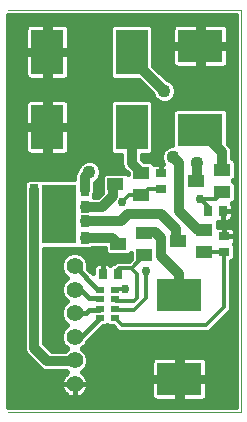
<source format=gtl>
G75*
G70*
%OFA0B0*%
%FSLAX24Y24*%
%IPPOS*%
%LPD*%
%AMOC8*
5,1,8,0,0,1.08239X$1,22.5*
%
%ADD10C,0.0000*%
%ADD11R,0.1100X0.1500*%
%ADD12R,0.1500X0.1100*%
%ADD13R,0.0551X0.0394*%
%ADD14R,0.0354X0.0276*%
%ADD15R,0.0276X0.0354*%
%ADD16R,0.1142X0.1969*%
%ADD17R,0.0276X0.0394*%
%ADD18C,0.0555*%
%ADD19R,0.0256X0.0197*%
%ADD20C,0.0320*%
%ADD21C,0.0160*%
%ADD22C,0.0300*%
%ADD23C,0.0120*%
%ADD24C,0.0436*%
D10*
X000180Y000180D02*
X007950Y000180D01*
X007950Y013576D01*
X000180Y013576D01*
D11*
X001480Y012180D03*
X001480Y009680D03*
X004290Y009680D03*
X004290Y012180D03*
D12*
X006580Y012380D03*
X006580Y009570D03*
X005880Y004090D03*
X005880Y001280D03*
D13*
X004713Y005406D03*
X004713Y006154D03*
X004613Y007406D03*
X004613Y008154D03*
X003747Y007780D03*
X003847Y005780D03*
X005847Y005880D03*
X006713Y005506D03*
X006713Y006254D03*
X007313Y007506D03*
X007313Y008254D03*
X006447Y007880D03*
D14*
X005280Y007624D03*
X005280Y008136D03*
X007380Y006036D03*
X007380Y005524D03*
D15*
X007336Y006880D03*
X006824Y006880D03*
X003836Y004780D03*
X003324Y004780D03*
D16*
X001880Y006780D03*
D17*
X001034Y006544D03*
X001034Y007016D03*
X001034Y007567D03*
X001034Y005993D03*
X002726Y005993D03*
X002726Y006544D03*
X002726Y007016D03*
X002726Y007567D03*
D18*
X002389Y005049D03*
X002389Y004261D03*
X002389Y003474D03*
X002389Y002686D03*
X002389Y001899D03*
X002389Y001111D03*
D19*
X003234Y003308D03*
X003234Y003623D03*
X003234Y003937D03*
X003234Y004252D03*
X003726Y004252D03*
X003726Y003937D03*
X003726Y003623D03*
X003726Y003308D03*
D20*
X002389Y001899D02*
X002370Y001880D01*
X001480Y001880D01*
X001034Y002326D01*
X001034Y005993D01*
X001034Y006544D01*
X001034Y007016D01*
X001034Y007567D01*
X002726Y007567D02*
X002726Y008026D01*
X002880Y008180D01*
X003680Y007713D02*
X003680Y007380D01*
X003316Y007016D01*
X002726Y007016D01*
X002726Y006544D02*
X003944Y006544D01*
X004180Y006780D01*
X005280Y006780D01*
X005780Y006280D01*
X005780Y005947D01*
X005847Y005880D01*
X005280Y005980D02*
X005280Y005380D01*
X005880Y004780D01*
X005880Y004090D01*
X005280Y005980D02*
X005080Y006180D01*
X004739Y006180D01*
X004713Y006154D01*
X003847Y005780D02*
X003634Y005993D01*
X002726Y005993D01*
X003680Y007713D02*
X003747Y007780D01*
X004290Y008477D02*
X004613Y008154D01*
X004290Y008477D02*
X004290Y009680D01*
X005380Y010880D02*
X004380Y011880D01*
X004280Y011880D01*
X004290Y011890D01*
X004290Y012180D01*
X005680Y008680D02*
X005880Y008480D01*
X005880Y006880D01*
X006506Y006254D01*
X006713Y006254D01*
X006447Y007880D02*
X006480Y007913D01*
X006480Y008480D01*
X007313Y008837D02*
X006580Y009570D01*
X007313Y008837D02*
X007313Y008254D01*
D21*
X007653Y008631D02*
X007653Y008905D01*
X007601Y009030D01*
X007510Y009121D01*
X007510Y010195D01*
X007405Y010300D01*
X005755Y010300D01*
X005650Y010195D01*
X005650Y009078D01*
X005601Y009078D01*
X005454Y009018D01*
X005342Y008906D01*
X005282Y008759D01*
X005282Y008601D01*
X005342Y008454D01*
X005343Y008454D01*
X005280Y008454D01*
X005079Y008454D01*
X005049Y008446D01*
X004963Y008531D01*
X004717Y008531D01*
X004630Y008618D01*
X004630Y008750D01*
X004915Y008750D01*
X005020Y008855D01*
X005020Y010505D01*
X004915Y010610D01*
X003665Y010610D01*
X003560Y010505D01*
X003560Y008855D01*
X003665Y008750D01*
X003950Y008750D01*
X003950Y008409D01*
X004002Y008284D01*
X004157Y008129D01*
X004157Y008096D01*
X004097Y008157D01*
X003397Y008157D01*
X003291Y008051D01*
X003291Y007509D01*
X003310Y007490D01*
X003175Y007356D01*
X003044Y007356D01*
X003044Y007446D01*
X003066Y007500D01*
X003066Y007826D01*
X003106Y007842D01*
X003218Y007954D01*
X003278Y008101D01*
X003278Y008259D01*
X003218Y008406D01*
X003106Y008518D01*
X002959Y008578D01*
X002801Y008578D01*
X002654Y008518D01*
X002542Y008406D01*
X002484Y008265D01*
X002438Y008219D01*
X002386Y008094D01*
X002386Y007944D01*
X000821Y007944D01*
X000716Y007839D01*
X000716Y007689D01*
X000694Y007635D01*
X000694Y002259D01*
X000745Y002134D01*
X000841Y002038D01*
X001192Y001687D01*
X001287Y001592D01*
X001412Y001540D01*
X002101Y001540D01*
X002130Y001511D01*
X002149Y001503D01*
X002149Y001503D01*
X002091Y001460D01*
X002040Y001410D01*
X001997Y001351D01*
X001965Y001287D01*
X001942Y001219D01*
X001931Y001148D01*
X001931Y001112D01*
X002389Y001112D01*
X002846Y001112D01*
X002846Y001148D01*
X002835Y001219D01*
X002813Y001287D01*
X002780Y001351D01*
X002738Y001410D01*
X002687Y001460D01*
X002628Y001503D01*
X002648Y001511D01*
X002776Y001640D01*
X002846Y001808D01*
X002846Y001990D01*
X002776Y002158D01*
X002648Y002287D01*
X002634Y002293D01*
X002648Y002298D01*
X002776Y002427D01*
X002816Y002521D01*
X003323Y003029D01*
X003436Y003029D01*
X003480Y003073D01*
X003524Y003029D01*
X003665Y003029D01*
X003750Y002944D01*
X003818Y002877D01*
X003906Y002840D01*
X006828Y002840D01*
X006916Y002877D01*
X006983Y002944D01*
X007516Y003477D01*
X007583Y003544D01*
X007620Y003632D01*
X007620Y005206D01*
X007632Y005206D01*
X007737Y005312D01*
X007737Y005736D01*
X007694Y005780D01*
X007701Y005788D01*
X007725Y005829D01*
X007737Y005874D01*
X007737Y006036D01*
X007737Y006197D01*
X007725Y006243D01*
X007701Y006284D01*
X007668Y006318D01*
X007627Y006341D01*
X007581Y006354D01*
X007380Y006354D01*
X007179Y006354D01*
X007169Y006351D01*
X007169Y006524D01*
X007174Y006523D01*
X007336Y006523D01*
X007497Y006523D01*
X007543Y006535D01*
X007584Y006559D01*
X007618Y006592D01*
X007641Y006633D01*
X007654Y006679D01*
X007654Y006880D01*
X007654Y007081D01*
X007641Y007127D01*
X007640Y007129D01*
X007663Y007129D01*
X007769Y007235D01*
X007769Y007777D01*
X007666Y007880D01*
X007769Y007983D01*
X007769Y008525D01*
X007663Y008631D01*
X007653Y008631D01*
X007653Y008689D02*
X007770Y008689D01*
X007770Y008847D02*
X007653Y008847D01*
X007611Y009006D02*
X007770Y009006D01*
X007770Y009164D02*
X007510Y009164D01*
X007510Y009323D02*
X007770Y009323D01*
X007770Y009481D02*
X007510Y009481D01*
X007510Y009640D02*
X007770Y009640D01*
X007770Y009798D02*
X007510Y009798D01*
X007510Y009957D02*
X007770Y009957D01*
X007770Y010115D02*
X007510Y010115D01*
X007431Y010274D02*
X007770Y010274D01*
X007770Y010432D02*
X005020Y010432D01*
X005020Y010274D02*
X005729Y010274D01*
X005650Y010115D02*
X005020Y010115D01*
X005020Y009957D02*
X005650Y009957D01*
X005650Y009798D02*
X005020Y009798D01*
X005020Y009640D02*
X005650Y009640D01*
X005650Y009481D02*
X005020Y009481D01*
X005020Y009323D02*
X005650Y009323D01*
X005650Y009164D02*
X005020Y009164D01*
X005020Y009006D02*
X005443Y009006D01*
X005318Y008847D02*
X005012Y008847D01*
X005282Y008689D02*
X004630Y008689D01*
X004964Y008530D02*
X005311Y008530D01*
X005280Y008454D02*
X005280Y008136D01*
X005280Y008454D01*
X005280Y008372D02*
X005280Y008372D01*
X005280Y008213D02*
X005280Y008213D01*
X005280Y008136D02*
X005280Y008136D01*
X004073Y008213D02*
X003278Y008213D01*
X003294Y008055D02*
X003259Y008055D01*
X003291Y007896D02*
X003159Y007896D01*
X003066Y007738D02*
X003291Y007738D01*
X003291Y007579D02*
X003066Y007579D01*
X003044Y007421D02*
X003240Y007421D01*
X003232Y008372D02*
X003966Y008372D01*
X003950Y008530D02*
X003075Y008530D01*
X002685Y008530D02*
X000180Y008530D01*
X000180Y008372D02*
X002528Y008372D01*
X002436Y008213D02*
X000180Y008213D01*
X000180Y008055D02*
X002386Y008055D01*
X002099Y008762D02*
X002141Y008786D01*
X002174Y008819D01*
X002198Y008861D01*
X002210Y008906D01*
X002210Y009600D01*
X001560Y009600D01*
X001560Y009760D01*
X002210Y009760D01*
X002210Y010454D01*
X002198Y010499D01*
X002174Y010541D01*
X002141Y010574D01*
X002099Y010598D01*
X002054Y010610D01*
X001560Y010610D01*
X001560Y009760D01*
X001400Y009760D01*
X001400Y010610D01*
X000906Y010610D01*
X000861Y010598D01*
X000819Y010574D01*
X000786Y010541D01*
X000762Y010499D01*
X000750Y010454D01*
X000750Y009760D01*
X001400Y009760D01*
X001400Y009600D01*
X001560Y009600D01*
X001560Y008750D01*
X002054Y008750D01*
X002099Y008762D01*
X002190Y008847D02*
X003568Y008847D01*
X003560Y009006D02*
X002210Y009006D01*
X002210Y009164D02*
X003560Y009164D01*
X003560Y009323D02*
X002210Y009323D01*
X002210Y009481D02*
X003560Y009481D01*
X003560Y009640D02*
X001560Y009640D01*
X001560Y009798D02*
X001400Y009798D01*
X001400Y009640D02*
X000180Y009640D01*
X000180Y009798D02*
X000750Y009798D01*
X000750Y009957D02*
X000180Y009957D01*
X000180Y010115D02*
X000750Y010115D01*
X000750Y010274D02*
X000180Y010274D01*
X000180Y010432D02*
X000750Y010432D01*
X000848Y010591D02*
X000180Y010591D01*
X000180Y010749D02*
X005003Y010749D01*
X004984Y010795D02*
X005042Y010654D01*
X005154Y010542D01*
X005301Y010482D01*
X005459Y010482D01*
X005606Y010542D01*
X005718Y010654D01*
X005778Y010801D01*
X005778Y010959D01*
X005718Y011106D01*
X005606Y011218D01*
X005465Y011276D01*
X005020Y011721D01*
X005020Y013005D01*
X004915Y013110D01*
X003665Y013110D01*
X003560Y013005D01*
X003560Y011355D01*
X003665Y011250D01*
X004529Y011250D01*
X004984Y010795D01*
X004872Y010908D02*
X000180Y010908D01*
X000180Y011066D02*
X004713Y011066D01*
X004555Y011225D02*
X000180Y011225D01*
X000180Y011383D02*
X000756Y011383D01*
X000762Y011361D02*
X000750Y011406D01*
X000750Y012100D01*
X001400Y012100D01*
X001560Y012100D01*
X001560Y012260D01*
X002210Y012260D01*
X002210Y012954D01*
X002198Y012999D01*
X002174Y013041D01*
X002141Y013074D01*
X002099Y013098D01*
X002054Y013110D01*
X001560Y013110D01*
X001560Y012260D01*
X001400Y012260D01*
X001400Y013110D01*
X000906Y013110D01*
X000861Y013098D01*
X000819Y013074D01*
X000786Y013041D01*
X000762Y012999D01*
X000750Y012954D01*
X000750Y012260D01*
X001400Y012260D01*
X001400Y012100D01*
X001400Y011250D01*
X000906Y011250D01*
X000861Y011262D01*
X000819Y011286D01*
X000786Y011319D01*
X000762Y011361D01*
X000750Y011542D02*
X000180Y011542D01*
X000180Y011700D02*
X000750Y011700D01*
X000750Y011859D02*
X000180Y011859D01*
X000180Y012017D02*
X000750Y012017D01*
X000750Y012334D02*
X000180Y012334D01*
X000180Y012176D02*
X001400Y012176D01*
X001400Y012334D02*
X001560Y012334D01*
X001560Y012176D02*
X003560Y012176D01*
X003560Y012334D02*
X002210Y012334D01*
X002210Y012493D02*
X003560Y012493D01*
X003560Y012651D02*
X002210Y012651D01*
X002210Y012810D02*
X003560Y012810D01*
X003560Y012968D02*
X002206Y012968D01*
X002210Y012100D02*
X001560Y012100D01*
X001560Y011250D01*
X002054Y011250D01*
X002099Y011262D01*
X002141Y011286D01*
X002174Y011319D01*
X002198Y011361D01*
X002210Y011406D01*
X002210Y012100D01*
X002210Y012017D02*
X003560Y012017D01*
X003560Y011859D02*
X002210Y011859D01*
X002210Y011700D02*
X003560Y011700D01*
X003560Y011542D02*
X002210Y011542D01*
X002204Y011383D02*
X003560Y011383D01*
X003646Y010591D02*
X002112Y010591D01*
X002210Y010432D02*
X003560Y010432D01*
X003560Y010274D02*
X002210Y010274D01*
X002210Y010115D02*
X003560Y010115D01*
X003560Y009957D02*
X002210Y009957D01*
X002210Y009798D02*
X003560Y009798D01*
X003950Y008689D02*
X000180Y008689D01*
X000180Y008847D02*
X000770Y008847D01*
X000762Y008861D02*
X000786Y008819D01*
X000819Y008786D01*
X000861Y008762D01*
X000906Y008750D01*
X001400Y008750D01*
X001400Y009600D01*
X000750Y009600D01*
X000750Y008906D01*
X000762Y008861D01*
X000750Y009006D02*
X000180Y009006D01*
X000180Y009164D02*
X000750Y009164D01*
X000750Y009323D02*
X000180Y009323D01*
X000180Y009481D02*
X000750Y009481D01*
X001400Y009481D02*
X001560Y009481D01*
X001560Y009323D02*
X001400Y009323D01*
X001400Y009164D02*
X001560Y009164D01*
X001560Y009006D02*
X001400Y009006D01*
X001400Y008847D02*
X001560Y008847D01*
X001560Y009957D02*
X001400Y009957D01*
X001400Y010115D02*
X001560Y010115D01*
X001560Y010274D02*
X001400Y010274D01*
X001400Y010432D02*
X001560Y010432D01*
X001560Y010591D02*
X001400Y010591D01*
X001400Y011383D02*
X001560Y011383D01*
X001560Y011542D02*
X001400Y011542D01*
X001400Y011700D02*
X001560Y011700D01*
X001560Y011859D02*
X001400Y011859D01*
X001400Y012017D02*
X001560Y012017D01*
X001560Y012493D02*
X001400Y012493D01*
X001400Y012651D02*
X001560Y012651D01*
X001560Y012810D02*
X001400Y012810D01*
X001400Y012968D02*
X001560Y012968D01*
X000754Y012968D02*
X000180Y012968D01*
X000180Y012810D02*
X000750Y012810D01*
X000750Y012651D02*
X000180Y012651D01*
X000180Y012493D02*
X000750Y012493D01*
X000180Y013127D02*
X007770Y013127D01*
X007770Y013285D02*
X000180Y013285D01*
X000180Y013396D02*
X007770Y013396D01*
X007770Y000360D01*
X000180Y000360D01*
X000180Y013396D01*
X000180Y007896D02*
X000773Y007896D01*
X000716Y007738D02*
X000180Y007738D01*
X000180Y007579D02*
X000694Y007579D01*
X000694Y007421D02*
X000180Y007421D01*
X000180Y007262D02*
X000694Y007262D01*
X000694Y007104D02*
X000180Y007104D01*
X000180Y006945D02*
X000694Y006945D01*
X000694Y006787D02*
X000180Y006787D01*
X000180Y006628D02*
X000694Y006628D01*
X000694Y006470D02*
X000180Y006470D01*
X000180Y006311D02*
X000694Y006311D01*
X000694Y006153D02*
X000180Y006153D01*
X000180Y005994D02*
X000694Y005994D01*
X000694Y005836D02*
X000180Y005836D01*
X000180Y005677D02*
X000694Y005677D01*
X000694Y005519D02*
X000180Y005519D01*
X000180Y005360D02*
X000694Y005360D01*
X000694Y005202D02*
X000180Y005202D01*
X000180Y005043D02*
X000694Y005043D01*
X000694Y004885D02*
X000180Y004885D01*
X000180Y004726D02*
X000694Y004726D01*
X000694Y004568D02*
X000180Y004568D01*
X000180Y004409D02*
X000694Y004409D01*
X000694Y004251D02*
X000180Y004251D01*
X000180Y004092D02*
X000694Y004092D01*
X000694Y003934D02*
X000180Y003934D01*
X000180Y003775D02*
X000694Y003775D01*
X000694Y003617D02*
X000180Y003617D01*
X000180Y003458D02*
X000694Y003458D01*
X000694Y003300D02*
X000180Y003300D01*
X000180Y003141D02*
X000694Y003141D01*
X000694Y002983D02*
X000180Y002983D01*
X000180Y002824D02*
X000694Y002824D01*
X000694Y002666D02*
X000180Y002666D01*
X000180Y002507D02*
X000694Y002507D01*
X000694Y002349D02*
X000180Y002349D01*
X000180Y002190D02*
X000722Y002190D01*
X000848Y002032D02*
X000180Y002032D01*
X000180Y001873D02*
X001006Y001873D01*
X001165Y001715D02*
X000180Y001715D01*
X000180Y001556D02*
X001374Y001556D01*
X001621Y002220D02*
X001374Y002467D01*
X001374Y005616D01*
X002939Y005616D01*
X002976Y005653D01*
X003391Y005653D01*
X003391Y005509D01*
X003497Y005403D01*
X004197Y005403D01*
X004257Y005464D01*
X004257Y005290D01*
X004188Y005220D01*
X003832Y005220D01*
X003744Y005183D01*
X003700Y005139D01*
X003698Y005137D01*
X003624Y005137D01*
X003580Y005094D01*
X003572Y005101D01*
X003531Y005125D01*
X003486Y005137D01*
X003324Y005137D01*
X003163Y005137D01*
X003117Y005125D01*
X003076Y005101D01*
X003042Y005068D01*
X003019Y005027D01*
X003006Y004981D01*
X003006Y004799D01*
X002846Y004959D01*
X002846Y005140D01*
X002776Y005308D01*
X002648Y005436D01*
X002480Y005506D01*
X002298Y005506D01*
X002130Y005436D01*
X002001Y005308D01*
X001931Y005140D01*
X001931Y004958D01*
X002001Y004789D01*
X002130Y004661D01*
X002144Y004655D01*
X002130Y004649D01*
X002001Y004520D01*
X001931Y004352D01*
X001931Y004170D01*
X002001Y004002D01*
X002130Y003873D01*
X002144Y003867D01*
X002130Y003862D01*
X002001Y003733D01*
X001931Y003565D01*
X001931Y003383D01*
X002001Y003215D01*
X002130Y003086D01*
X002144Y003080D01*
X002130Y003074D01*
X002001Y002945D01*
X001931Y002777D01*
X001931Y002595D01*
X002001Y002427D01*
X002130Y002298D01*
X002144Y002293D01*
X002130Y002287D01*
X002063Y002220D01*
X001621Y002220D01*
X001492Y002349D02*
X002079Y002349D01*
X001968Y002507D02*
X001374Y002507D01*
X001374Y002666D02*
X001931Y002666D01*
X001951Y002824D02*
X001374Y002824D01*
X001374Y002983D02*
X002038Y002983D01*
X002074Y003141D02*
X001374Y003141D01*
X001374Y003300D02*
X001966Y003300D01*
X001931Y003458D02*
X001374Y003458D01*
X001374Y003617D02*
X001953Y003617D01*
X002043Y003775D02*
X001374Y003775D01*
X001374Y003934D02*
X002069Y003934D01*
X001964Y004092D02*
X001374Y004092D01*
X001374Y004251D02*
X001931Y004251D01*
X001955Y004409D02*
X001374Y004409D01*
X001374Y004568D02*
X002048Y004568D01*
X002064Y004726D02*
X001374Y004726D01*
X001374Y004885D02*
X001961Y004885D01*
X001931Y005043D02*
X001374Y005043D01*
X001374Y005202D02*
X001957Y005202D01*
X002053Y005360D02*
X001374Y005360D01*
X001374Y005519D02*
X003391Y005519D01*
X003324Y005137D02*
X003324Y004780D01*
X003324Y005137D01*
X003324Y005043D02*
X003324Y005043D01*
X003324Y004885D02*
X003324Y004885D01*
X003324Y004780D02*
X003324Y004780D01*
X003006Y004885D02*
X002920Y004885D01*
X002846Y005043D02*
X003028Y005043D01*
X002820Y005202D02*
X003788Y005202D01*
X004257Y005360D02*
X002724Y005360D01*
X002389Y005049D02*
X003185Y004252D01*
X003234Y004252D01*
X003191Y003980D02*
X003234Y003937D01*
X003191Y003980D02*
X002880Y003980D01*
X002599Y004261D01*
X002389Y004261D01*
X002389Y003474D02*
X002774Y003474D01*
X002880Y003580D01*
X003191Y003580D01*
X003234Y003623D01*
X003234Y003308D02*
X002613Y002686D01*
X002389Y002686D01*
X002698Y002349D02*
X007770Y002349D01*
X007770Y002507D02*
X002810Y002507D01*
X002960Y002666D02*
X007770Y002666D01*
X007770Y002824D02*
X003118Y002824D01*
X003277Y002983D02*
X003712Y002983D01*
X002829Y002032D02*
X007770Y002032D01*
X007770Y002190D02*
X002745Y002190D01*
X002846Y001873D02*
X004955Y001873D01*
X004950Y001854D02*
X004950Y001360D01*
X005800Y001360D01*
X005800Y002010D01*
X005106Y002010D01*
X005061Y001998D01*
X005019Y001974D01*
X004986Y001941D01*
X004962Y001899D01*
X004950Y001854D01*
X004950Y001715D02*
X002807Y001715D01*
X002693Y001556D02*
X004950Y001556D01*
X004950Y001398D02*
X002746Y001398D01*
X002628Y001503D02*
X002628Y001503D01*
X002828Y001239D02*
X005800Y001239D01*
X005800Y001200D02*
X005800Y001360D01*
X005960Y001360D01*
X005960Y002010D01*
X006654Y002010D01*
X006699Y001998D01*
X006741Y001974D01*
X006774Y001941D01*
X006798Y001899D01*
X006810Y001854D01*
X006810Y001360D01*
X005960Y001360D01*
X005960Y001200D01*
X006810Y001200D01*
X006810Y000706D01*
X006798Y000661D01*
X006774Y000619D01*
X006741Y000586D01*
X006699Y000562D01*
X006654Y000550D01*
X005960Y000550D01*
X005960Y001200D01*
X005800Y001200D01*
X005800Y000550D01*
X005106Y000550D01*
X005061Y000562D01*
X005019Y000586D01*
X004986Y000619D01*
X004962Y000661D01*
X004950Y000706D01*
X004950Y001200D01*
X005800Y001200D01*
X005800Y001081D02*
X005960Y001081D01*
X005960Y000922D02*
X005800Y000922D01*
X005800Y000764D02*
X005960Y000764D01*
X005960Y000605D02*
X005800Y000605D01*
X005960Y001239D02*
X007770Y001239D01*
X007770Y001398D02*
X006810Y001398D01*
X006810Y001556D02*
X007770Y001556D01*
X007770Y001715D02*
X006810Y001715D01*
X006805Y001873D02*
X007770Y001873D01*
X007770Y001081D02*
X006810Y001081D01*
X006810Y000922D02*
X007770Y000922D01*
X007770Y000764D02*
X006810Y000764D01*
X006760Y000605D02*
X007770Y000605D01*
X007770Y000447D02*
X000180Y000447D01*
X000180Y000605D02*
X005000Y000605D01*
X004950Y000764D02*
X002688Y000764D01*
X002687Y000763D02*
X002738Y000813D01*
X002780Y000872D01*
X002813Y000936D01*
X002835Y001004D01*
X002846Y001075D01*
X002846Y001111D01*
X002389Y001111D01*
X002389Y000654D01*
X002425Y000654D01*
X002496Y000665D01*
X002564Y000688D01*
X002628Y000720D01*
X002687Y000763D01*
X002806Y000922D02*
X004950Y000922D01*
X004950Y001081D02*
X002846Y001081D01*
X002389Y001081D02*
X002389Y001081D01*
X002389Y001111D02*
X002389Y001111D01*
X002389Y001112D01*
X002389Y001111D01*
X002389Y000654D01*
X002353Y000654D01*
X002282Y000665D01*
X002213Y000688D01*
X002149Y000720D01*
X002091Y000763D01*
X002040Y000813D01*
X001997Y000872D01*
X001965Y000936D01*
X001942Y001004D01*
X001931Y001075D01*
X001931Y001111D01*
X002389Y001111D01*
X002389Y000922D02*
X002389Y000922D01*
X002389Y000764D02*
X002389Y000764D01*
X002090Y000764D02*
X000180Y000764D01*
X000180Y000922D02*
X001972Y000922D01*
X001931Y001081D02*
X000180Y001081D01*
X000180Y001239D02*
X001949Y001239D01*
X002031Y001398D02*
X000180Y001398D01*
X005800Y001398D02*
X005960Y001398D01*
X005960Y001556D02*
X005800Y001556D01*
X005800Y001715D02*
X005960Y001715D01*
X005960Y001873D02*
X005800Y001873D01*
X006983Y002944D02*
X006983Y002944D01*
X007022Y002983D02*
X007770Y002983D01*
X007770Y003141D02*
X007180Y003141D01*
X007339Y003300D02*
X007770Y003300D01*
X007770Y003458D02*
X007497Y003458D01*
X007516Y003477D02*
X007516Y003477D01*
X007613Y003617D02*
X007770Y003617D01*
X007770Y003775D02*
X007620Y003775D01*
X007620Y003934D02*
X007770Y003934D01*
X007770Y004092D02*
X007620Y004092D01*
X007620Y004251D02*
X007770Y004251D01*
X007770Y004409D02*
X007620Y004409D01*
X007620Y004568D02*
X007770Y004568D01*
X007770Y004726D02*
X007620Y004726D01*
X007620Y004885D02*
X007770Y004885D01*
X007770Y005043D02*
X007620Y005043D01*
X007620Y005202D02*
X007770Y005202D01*
X007770Y005360D02*
X007737Y005360D01*
X007737Y005519D02*
X007770Y005519D01*
X007770Y005677D02*
X007737Y005677D01*
X007727Y005836D02*
X007770Y005836D01*
X007770Y005994D02*
X007737Y005994D01*
X007737Y006036D02*
X007380Y006036D01*
X007380Y006354D01*
X007380Y006036D01*
X007380Y006036D01*
X007737Y006036D01*
X007737Y006153D02*
X007770Y006153D01*
X007770Y006311D02*
X007674Y006311D01*
X007770Y006470D02*
X007169Y006470D01*
X007336Y006523D02*
X007336Y006880D01*
X007654Y006880D01*
X007336Y006880D01*
X007336Y006880D01*
X007336Y006523D01*
X007336Y006628D02*
X007336Y006628D01*
X007336Y006787D02*
X007336Y006787D01*
X007336Y006880D02*
X007336Y006880D01*
X007654Y006945D02*
X007770Y006945D01*
X007770Y006787D02*
X007654Y006787D01*
X007638Y006628D02*
X007770Y006628D01*
X007770Y007104D02*
X007648Y007104D01*
X007769Y007262D02*
X007770Y007262D01*
X007769Y007421D02*
X007770Y007421D01*
X007769Y007579D02*
X007770Y007579D01*
X007769Y007738D02*
X007770Y007738D01*
X007770Y007896D02*
X007682Y007896D01*
X007769Y008055D02*
X007770Y008055D01*
X007769Y008213D02*
X007770Y008213D01*
X007769Y008372D02*
X007770Y008372D01*
X007764Y008530D02*
X007770Y008530D01*
X007770Y010591D02*
X005654Y010591D01*
X005757Y010749D02*
X007770Y010749D01*
X007770Y010908D02*
X005778Y010908D01*
X005734Y011066D02*
X007770Y011066D01*
X007770Y011225D02*
X005589Y011225D01*
X005358Y011383D02*
X007770Y011383D01*
X007770Y011542D02*
X005199Y011542D01*
X005041Y011700D02*
X005705Y011700D01*
X005719Y011686D02*
X005686Y011719D01*
X005662Y011761D01*
X005650Y011806D01*
X005650Y012300D01*
X006500Y012300D01*
X006660Y012300D01*
X006660Y012460D01*
X006500Y012460D01*
X006500Y013110D01*
X005806Y013110D01*
X005761Y013098D01*
X005719Y013074D01*
X005686Y013041D01*
X005662Y012999D01*
X005650Y012954D01*
X005650Y012460D01*
X006500Y012460D01*
X006500Y012300D01*
X006500Y011650D01*
X005806Y011650D01*
X005761Y011662D01*
X005719Y011686D01*
X005650Y011859D02*
X005020Y011859D01*
X005020Y012017D02*
X005650Y012017D01*
X005650Y012176D02*
X005020Y012176D01*
X005020Y012334D02*
X006500Y012334D01*
X006500Y012176D02*
X006660Y012176D01*
X006660Y012300D02*
X006660Y011650D01*
X007354Y011650D01*
X007399Y011662D01*
X007441Y011686D01*
X007474Y011719D01*
X007498Y011761D01*
X007510Y011806D01*
X007510Y012300D01*
X006660Y012300D01*
X006660Y012334D02*
X007770Y012334D01*
X007770Y012176D02*
X007510Y012176D01*
X007510Y012017D02*
X007770Y012017D01*
X007770Y011859D02*
X007510Y011859D01*
X007455Y011700D02*
X007770Y011700D01*
X007770Y012493D02*
X007510Y012493D01*
X007510Y012460D02*
X007510Y012954D01*
X007498Y012999D01*
X007474Y013041D01*
X007441Y013074D01*
X007399Y013098D01*
X007354Y013110D01*
X006660Y013110D01*
X006660Y012460D01*
X007510Y012460D01*
X007510Y012651D02*
X007770Y012651D01*
X007770Y012810D02*
X007510Y012810D01*
X007506Y012968D02*
X007770Y012968D01*
X006660Y012968D02*
X006500Y012968D01*
X006500Y012810D02*
X006660Y012810D01*
X006660Y012651D02*
X006500Y012651D01*
X006500Y012493D02*
X006660Y012493D01*
X006660Y012017D02*
X006500Y012017D01*
X006500Y011859D02*
X006660Y011859D01*
X006660Y011700D02*
X006500Y011700D01*
X005650Y012493D02*
X005020Y012493D01*
X005020Y012651D02*
X005650Y012651D01*
X005650Y012810D02*
X005020Y012810D01*
X005020Y012968D02*
X005654Y012968D01*
X005106Y010591D02*
X004934Y010591D01*
X007380Y006311D02*
X007380Y006311D01*
X007380Y006153D02*
X007380Y006153D01*
X007380Y006036D02*
X007380Y006036D01*
D22*
X006580Y007280D03*
X004780Y004880D03*
X004080Y004280D03*
X003280Y005280D03*
X003980Y007180D03*
D23*
X004206Y007406D01*
X004613Y007406D01*
X004831Y007624D01*
X005280Y007624D01*
X006580Y007280D02*
X007087Y007280D01*
X007313Y007506D01*
X006824Y007036D02*
X006824Y006880D01*
X006824Y007036D02*
X006580Y007280D01*
X006713Y005506D02*
X007362Y005506D01*
X007380Y005524D01*
X007380Y003680D01*
X006780Y003080D01*
X003954Y003080D01*
X003726Y003308D01*
X003769Y003580D02*
X004380Y003580D01*
X004780Y003980D01*
X004780Y004880D01*
X004480Y004780D02*
X004280Y004980D01*
X004287Y004980D01*
X004713Y005406D01*
X004280Y004980D02*
X003880Y004980D01*
X003836Y004936D01*
X003836Y004780D01*
X003754Y004280D02*
X004080Y004280D01*
X003784Y003880D02*
X004380Y003880D01*
X004480Y003980D01*
X004480Y004780D01*
X003754Y004280D02*
X003726Y004252D01*
X003726Y003937D02*
X003784Y003880D01*
X003726Y003623D02*
X003769Y003580D01*
D24*
X002880Y008180D03*
X005380Y010880D03*
X005680Y008680D03*
X006480Y008480D03*
M02*

</source>
